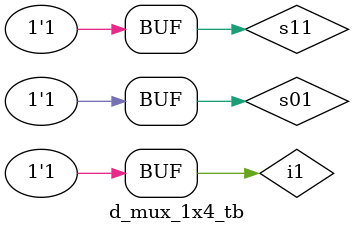
<source format=v>
module d_mux_1x4_tb;
  reg i1,s11,s01;
  wire y01,y11,y21,y31;
  
  d_mux_1x4 dm14(.i(i1),.s1(s11),.s0(s01),.y0(y01),.y1(y11),.y2(y21),.y3(y31));
  
  initial 
      begin
        
        $monitor("time = %0t,s11=%b,s01=%b,i1=%b,y01=%b,y11=%b,y21=%b,y31=%b",$time,s11,s01,i1,y01,y11,y21,y31);
        
         #1 s11 = 0; s01 = 0; i1 = 0;
         #1 s11 = 0; s01 = 0; i1 = 1;
         #1 s11 = 0; s01 = 1; i1 = 0;
         #1 s11 = 0; s01 = 1; i1 = 1;
         #1 s11 = 1; s01 = 1; i1 = 0;
         #1 s11 = 1; s01 = 1; i1 = 1;
         #1 s11 = 1; s01 = 1; i1 = 0;
         #1 s11 = 1; s01 = 1; i1 = 1;
       
        
      end
endmodule
        
</source>
